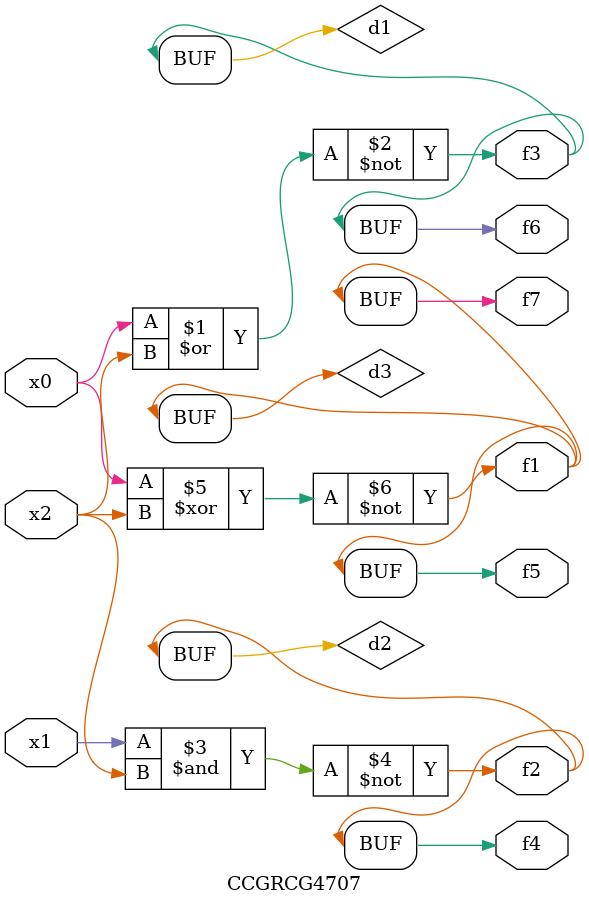
<source format=v>
module CCGRCG4707(
	input x0, x1, x2,
	output f1, f2, f3, f4, f5, f6, f7
);

	wire d1, d2, d3;

	nor (d1, x0, x2);
	nand (d2, x1, x2);
	xnor (d3, x0, x2);
	assign f1 = d3;
	assign f2 = d2;
	assign f3 = d1;
	assign f4 = d2;
	assign f5 = d3;
	assign f6 = d1;
	assign f7 = d3;
endmodule

</source>
